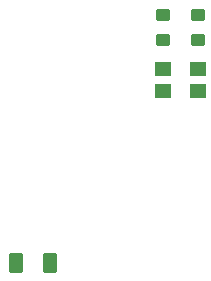
<source format=gtp>
G04*
G04 #@! TF.GenerationSoftware,Altium Limited,Altium Designer,23.9.2 (47)*
G04*
G04 Layer_Color=8421504*
%FSLAX44Y44*%
%MOMM*%
G71*
G04*
G04 #@! TF.SameCoordinates,A89998BD-DD6A-42FD-B223-A906B6295702*
G04*
G04*
G04 #@! TF.FilePolarity,Positive*
G04*
G01*
G75*
%ADD13R,1.3500X1.1500*%
G04:AMPARAMS|DCode=14|XSize=1.2mm|YSize=1.1mm|CornerRadius=0.275mm|HoleSize=0mm|Usage=FLASHONLY|Rotation=0.000|XOffset=0mm|YOffset=0mm|HoleType=Round|Shape=RoundedRectangle|*
%AMROUNDEDRECTD14*
21,1,1.2000,0.5500,0,0,0.0*
21,1,0.6500,1.1000,0,0,0.0*
1,1,0.5500,0.3250,-0.2750*
1,1,0.5500,-0.3250,-0.2750*
1,1,0.5500,-0.3250,0.2750*
1,1,0.5500,0.3250,0.2750*
%
%ADD14ROUNDEDRECTD14*%
G04:AMPARAMS|DCode=15|XSize=1.75mm|YSize=1.25mm|CornerRadius=0.3125mm|HoleSize=0mm|Usage=FLASHONLY|Rotation=270.000|XOffset=0mm|YOffset=0mm|HoleType=Round|Shape=RoundedRectangle|*
%AMROUNDEDRECTD15*
21,1,1.7500,0.6250,0,0,270.0*
21,1,1.1250,1.2500,0,0,270.0*
1,1,0.6250,-0.3125,-0.5625*
1,1,0.6250,-0.3125,0.5625*
1,1,0.6250,0.3125,0.5625*
1,1,0.6250,0.3125,-0.5625*
%
%ADD15ROUNDEDRECTD15*%
D13*
X375000Y215750D02*
D03*
Y234250D02*
D03*
X345000Y215750D02*
D03*
Y234250D02*
D03*
D14*
X375000Y280500D02*
D03*
Y259500D02*
D03*
X345000Y280500D02*
D03*
Y259500D02*
D03*
D15*
X249250Y70000D02*
D03*
X220750D02*
D03*
M02*

</source>
